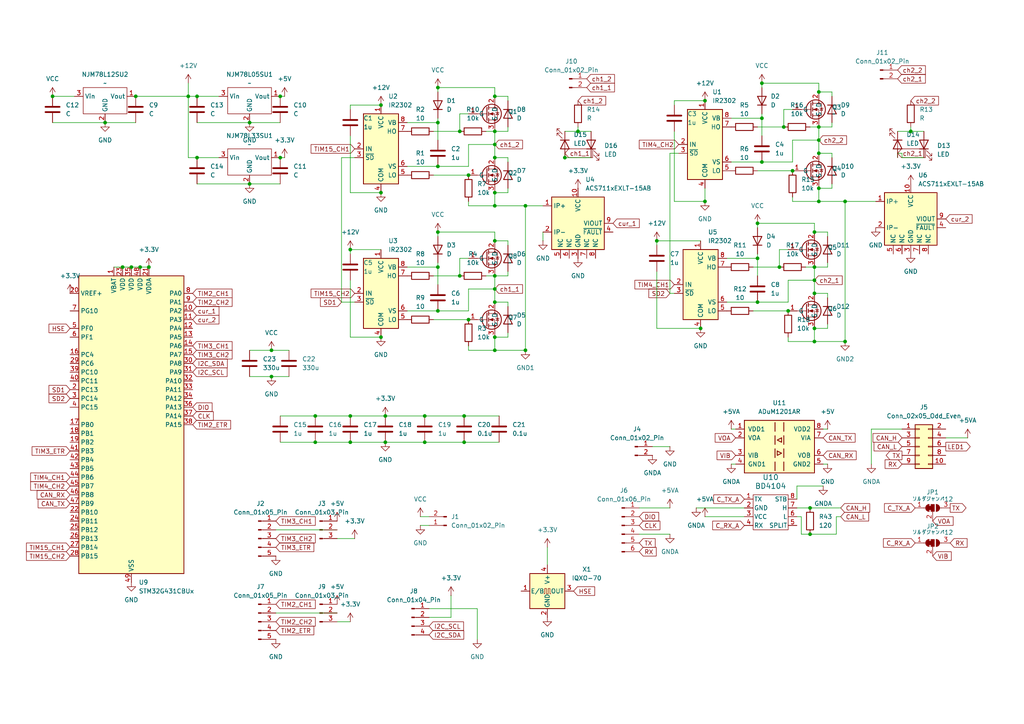
<source format=kicad_sch>
(kicad_sch (version 20250114) (generator "eeschema") (generator_version "9.0")
  (paper "A4")
  (junction (at 110.49 30.48))
  (junction (at 111.76 128.27))
  (junction (at 123.19 128.27))
  (junction (at 123.19 120.65))
  (junction (at 143.51 97.79))
  (junction (at 57.15 45.72))
  (junction (at 54.61 27.94))
  (junction (at 30.48 35.56))
  (junction (at 143.51 41.91))
  (junction (at 143.51 69.85))
  (junction (at 237.49 26.67))
  (junction (at 220.98 24.13))
  (junction (at 143.51 55.88))
  (junction (at 237.49 54.61))
  (junction (at 127 77.47))
  (junction (at 236.22 81.28))
  (junction (at 237.49 58.42))
  (junction (at 264.16 38.1))
  (junction (at 237.49 40.64))
  (junction (at 143.51 87.63))
  (junction (at 143.51 83.82))
  (junction (at 219.71 74.93))
  (junction (at 81.28 27.94))
  (junction (at 135.89 50.8))
  (junction (at 220.98 46.99))
  (junction (at 220.98 34.29))
  (junction (at 143.51 59.69))
  (junction (at 39.37 27.94))
  (junction (at 245.11 99.06))
  (junction (at 101.6 120.65))
  (junction (at 72.39 35.56))
  (junction (at 227.33 36.83))
  (junction (at 204.47 29.21))
  (junction (at 152.4 59.69))
  (junction (at 133.35 38.1))
  (junction (at 78.74 101.6))
  (junction (at 236.22 67.31))
  (junction (at 229.87 49.53))
  (junction (at 237.49 36.83))
  (junction (at 234.95 147.32))
  (junction (at 91.44 120.65))
  (junction (at 236.22 99.06))
  (junction (at 127 25.4))
  (junction (at 38.1 77.47))
  (junction (at 228.6 90.17))
  (junction (at 40.64 77.47))
  (junction (at 245.11 58.42))
  (junction (at 236.22 85.09))
  (junction (at 81.28 45.72))
  (junction (at 219.71 64.77))
  (junction (at 152.4 101.6))
  (junction (at 143.51 45.72))
  (junction (at 236.22 77.47))
  (junction (at 134.62 120.65))
  (junction (at 110.49 55.88))
  (junction (at 111.76 120.65))
  (junction (at 101.6 72.39))
  (junction (at 143.51 38.1))
  (junction (at 163.83 45.72))
  (junction (at 101.6 128.27))
  (junction (at 134.62 128.27))
  (junction (at 57.15 27.94))
  (junction (at 167.64 38.1))
  (junction (at 237.49 44.45))
  (junction (at 127 67.31))
  (junction (at 143.51 80.01))
  (junction (at 127 35.56))
  (junction (at 203.2 95.25))
  (junction (at 143.51 101.6))
  (junction (at 219.71 87.63))
  (junction (at 127 48.26))
  (junction (at 133.35 80.01))
  (junction (at 91.44 128.27))
  (junction (at 127 90.17))
  (junction (at 72.39 53.34))
  (junction (at 236.22 95.25))
  (junction (at 43.18 77.47))
  (junction (at 204.47 58.42))
  (junction (at 190.5 69.85))
  (junction (at 78.74 109.22))
  (junction (at 110.49 97.79))
  (junction (at 135.89 92.71))
  (junction (at 35.56 77.47))
  (junction (at 234.95 154.94))
  (junction (at 15.24 27.94))
  (junction (at 226.06 77.47))
  (junction (at 143.51 27.94))
  (wire (pts (xy 152.4 59.69) (xy 157.48 59.69)))
  (wire (pts (xy 220.98 46.99) (xy 229.87 46.99)))
  (wire (pts (xy 219.71 66.04) (xy 219.71 64.77)))
  (wire (pts (xy 241.3 27.94) (xy 241.3 26.67)))
  (wire (pts (xy 78.74 109.22) (xy 83.82 109.22)))
  (wire (pts (xy 190.5 69.85) (xy 203.2 69.85)))
  (wire (pts (xy 163.83 38.1) (xy 167.64 38.1)))
  (wire (pts (xy 72.39 35.56) (xy 81.28 35.56)))
  (wire (pts (xy 127 34.29) (xy 127 35.56)))
  (wire (pts (xy 152.4 101.6) (xy 143.51 101.6)))
  (wire (pts (xy 261.62 44.45) (xy 261.62 45.72)))
  (wire (pts (xy 133.35 74.93) (xy 135.89 74.93)))
  (wire (pts (xy 39.37 27.94) (xy 54.61 27.94)))
  (wire (pts (xy 138.43 185.42) (xy 138.43 176.53)))
  (wire (pts (xy 82.55 27.94) (xy 81.28 27.94)))
  (wire (pts (xy 234.95 147.32) (xy 243.84 147.32)))
  (wire (pts (xy 127 25.4) (xy 143.51 25.4)))
  (wire (pts (xy 140.97 38.1) (xy 143.51 38.1)))
  (wire (pts (xy 130.81 179.07) (xy 124.46 179.07)))
  (wire (pts (xy 127 68.58) (xy 127 67.31)))
  (wire (pts (xy 240.03 134.62) (xy 238.76 134.62)))
  (wire (pts (xy 241.3 53.34) (xy 241.3 54.61)))
  (wire (pts (xy 127 77.47) (xy 127 82.55)))
  (wire (pts (xy 234.95 154.94) (xy 242.57 154.94)))
  (wire (pts (xy 212.09 46.99) (xy 220.98 46.99)))
  (wire (pts (xy 80.01 177.8) (xy 97.79 177.8)))
  (wire (pts (xy 147.32 38.1) (xy 143.51 38.1)))
  (wire (pts (xy 241.3 45.72) (xy 241.3 44.45)))
  (wire (pts (xy 143.51 83.82) (xy 143.51 87.63)))
  (wire (pts (xy 147.32 97.79) (xy 143.51 97.79)))
  (wire (pts (xy 127 26.67) (xy 127 25.4)))
  (wire (pts (xy 63.5 27.94) (xy 57.15 27.94)))
  (wire (pts (xy 240.03 67.31) (xy 236.22 67.31)))
  (wire (pts (xy 147.32 80.01) (xy 143.51 80.01)))
  (wire (pts (xy 72.39 53.34) (xy 81.28 53.34)))
  (wire (pts (xy 147.32 27.94) (xy 143.51 27.94)))
  (wire (pts (xy 101.6 39.37) (xy 101.6 55.88)))
  (wire (pts (xy 40.64 77.47) (xy 43.18 77.47)))
  (wire (pts (xy 241.3 35.56) (xy 241.3 36.83)))
  (wire (pts (xy 125.73 80.01) (xy 133.35 80.01)))
  (wire (pts (xy 219.71 64.77) (xy 236.22 64.77)))
  (wire (pts (xy 118.11 35.56) (xy 127 35.56)))
  (wire (pts (xy 261.62 45.72) (xy 267.97 45.72)))
  (wire (pts (xy 218.44 77.47) (xy 226.06 77.47)))
  (wire (pts (xy 143.51 67.31) (xy 143.51 69.85)))
  (wire (pts (xy 38.1 77.47) (xy 40.64 77.47)))
  (wire (pts (xy 196.85 44.45) (xy 194.31 44.45)))
  (wire (pts (xy 227.33 31.75) (xy 227.33 36.83)))
  (wire (pts (xy 167.64 38.1) (xy 171.45 38.1)))
  (wire (pts (xy 91.44 128.27) (xy 101.6 128.27)))
  (wire (pts (xy 147.32 96.52) (xy 147.32 97.79)))
  (wire (pts (xy 54.61 45.72) (xy 57.15 45.72)))
  (wire (pts (xy 252.73 134.62) (xy 252.73 124.46)))
  (wire (pts (xy 226.06 72.39) (xy 228.6 72.39)))
  (wire (pts (xy 226.06 72.39) (xy 226.06 77.47)))
  (wire (pts (xy 135.89 90.17) (xy 135.89 83.82)))
  (wire (pts (xy 127 90.17) (xy 135.89 90.17)))
  (wire (pts (xy 135.89 83.82) (xy 143.51 83.82)))
  (wire (pts (xy 134.62 128.27) (xy 144.78 128.27)))
  (wire (pts (xy 234.95 36.83) (xy 237.49 36.83)))
  (wire (pts (xy 133.35 33.02) (xy 133.35 38.1)))
  (wire (pts (xy 147.32 29.21) (xy 147.32 27.94)))
  (wire (pts (xy 78.74 101.6) (xy 83.82 101.6)))
  (wire (pts (xy 234.95 154.94) (xy 232.41 154.94)))
  (wire (pts (xy 240.03 76.2) (xy 240.03 77.47)))
  (wire (pts (xy 228.6 81.28) (xy 236.22 81.28)))
  (wire (pts (xy 57.15 35.56) (xy 72.39 35.56)))
  (wire (pts (xy 147.32 45.72) (xy 143.51 45.72)))
  (wire (pts (xy 147.32 69.85) (xy 143.51 69.85)))
  (wire (pts (xy 195.58 38.1) (xy 195.58 58.42)))
  (wire (pts (xy 125.73 92.71) (xy 135.89 92.71)))
  (wire (pts (xy 111.76 120.65) (xy 123.19 120.65)))
  (wire (pts (xy 242.57 149.86) (xy 242.57 154.94)))
  (wire (pts (xy 204.47 58.42) (xy 204.47 54.61)))
  (wire (pts (xy 241.3 26.67) (xy 237.49 26.67)))
  (wire (pts (xy 243.84 149.86) (xy 242.57 149.86)))
  (wire (pts (xy 229.87 40.64) (xy 237.49 40.64)))
  (wire (pts (xy 212.09 134.62) (xy 213.36 134.62)))
  (wire (pts (xy 236.22 99.06) (xy 245.11 99.06)))
  (wire (pts (xy 140.97 80.01) (xy 143.51 80.01)))
  (wire (pts (xy 147.32 87.63) (xy 143.51 87.63)))
  (wire (pts (xy 229.87 46.99) (xy 229.87 40.64)))
  (wire (pts (xy 241.3 54.61) (xy 237.49 54.61)))
  (wire (pts (xy 252.73 124.46) (xy 261.62 124.46)))
  (wire (pts (xy 147.32 88.9) (xy 147.32 87.63)))
  (wire (pts (xy 101.6 180.34) (xy 97.79 180.34)))
  (wire (pts (xy 143.51 38.1) (xy 143.51 41.91)))
  (wire (pts (xy 163.83 44.45) (xy 163.83 45.72)))
  (wire (pts (xy 54.61 27.94) (xy 57.15 27.94)))
  (wire (pts (xy 54.61 24.13) (xy 54.61 27.94)))
  (wire (pts (xy 72.39 101.6) (xy 78.74 101.6)))
  (wire (pts (xy 135.89 58.42) (xy 135.89 59.69)))
  (wire (pts (xy 54.61 27.94) (xy 54.61 45.72)))
  (wire (pts (xy 241.3 36.83) (xy 237.49 36.83)))
  (wire (pts (xy 143.51 25.4) (xy 143.51 27.94)))
  (wire (pts (xy 130.81 172.72) (xy 130.81 179.07)))
  (wire (pts (xy 210.82 87.63) (xy 219.71 87.63)))
  (wire (pts (xy 123.19 128.27) (xy 134.62 128.27)))
  (wire (pts (xy 185.42 154.94) (xy 194.31 154.94)))
  (wire (pts (xy 158.75 158.75) (xy 158.75 163.83)))
  (wire (pts (xy 35.56 77.47) (xy 38.1 77.47)))
  (wire (pts (xy 232.41 149.86) (xy 231.14 149.86)))
  (wire (pts (xy 15.24 35.56) (xy 30.48 35.56)))
  (wire (pts (xy 236.22 99.06) (xy 228.6 99.06)))
  (wire (pts (xy 123.19 120.65) (xy 134.62 120.65)))
  (wire (pts (xy 127 76.2) (xy 127 77.47)))
  (wire (pts (xy 240.03 86.36) (xy 240.03 85.09)))
  (wire (pts (xy 133.35 74.93) (xy 133.35 80.01)))
  (wire (pts (xy 220.98 34.29) (xy 220.98 39.37)))
  (wire (pts (xy 127 48.26) (xy 135.89 48.26)))
  (wire (pts (xy 124.46 152.4) (xy 121.92 152.4)))
  (wire (pts (xy 240.03 95.25) (xy 236.22 95.25)))
  (wire (pts (xy 240.03 124.46) (xy 238.76 124.46)))
  (wire (pts (xy 190.5 69.85) (xy 190.5 71.12)))
  (wire (pts (xy 57.15 53.34) (xy 72.39 53.34)))
  (wire (pts (xy 219.71 73.66) (xy 219.71 74.93)))
  (wire (pts (xy 101.6 128.27) (xy 111.76 128.27)))
  (wire (pts (xy 237.49 54.61) (xy 237.49 58.42)))
  (wire (pts (xy 210.82 74.93) (xy 219.71 74.93)))
  (wire (pts (xy 147.32 71.12) (xy 147.32 69.85)))
  (wire (pts (xy 80.01 153.67) (xy 97.79 153.67)))
  (wire (pts (xy 143.51 97.79) (xy 143.51 101.6)))
  (wire (pts (xy 240.03 68.58) (xy 240.03 67.31)))
  (wire (pts (xy 143.51 59.69) (xy 152.4 59.69)))
  (wire (pts (xy 236.22 81.28) (xy 236.22 85.09)))
  (wire (pts (xy 260.35 44.45) (xy 261.62 44.45)))
  (wire (pts (xy 219.71 74.93) (xy 219.71 80.01)))
  (wire (pts (xy 33.02 77.47) (xy 35.56 77.47)))
  (wire (pts (xy 101.6 30.48) (xy 110.49 30.48)))
  (wire (pts (xy 264.16 38.1) (xy 267.97 38.1)))
  (wire (pts (xy 81.28 128.27) (xy 91.44 128.27)))
  (wire (pts (xy 163.83 45.72) (xy 171.45 45.72)))
  (wire (pts (xy 157.48 67.31) (xy 157.48 69.85)))
  (wire (pts (xy 264.16 36.83) (xy 264.16 38.1)))
  (wire (pts (xy 260.35 44.45) (xy 260.35 45.72)))
  (wire (pts (xy 102.87 45.72) (xy 99.06 45.72)))
  (wire (pts (xy 127 67.31) (xy 143.51 67.31)))
  (wire (pts (xy 220.98 33.02) (xy 220.98 34.29)))
  (wire (pts (xy 218.44 90.17) (xy 228.6 90.17)))
  (wire (pts (xy 118.11 77.47) (xy 127 77.47)))
  (wire (pts (xy 190.5 78.74) (xy 190.5 95.25)))
  (wire (pts (xy 135.89 48.26) (xy 135.89 41.91)))
  (wire (pts (xy 134.62 120.65) (xy 144.78 120.65)))
  (wire (pts (xy 152.4 59.69) (xy 152.4 101.6)))
  (wire (pts (xy 101.6 72.39) (xy 110.49 72.39)))
  (wire (pts (xy 240.03 77.47) (xy 236.22 77.47)))
  (wire (pts (xy 194.31 85.09) (xy 195.58 85.09)))
  (wire (pts (xy 219.71 49.53) (xy 229.87 49.53)))
  (wire (pts (xy 260.35 38.1) (xy 264.16 38.1)))
  (wire (pts (xy 124.46 149.86) (xy 121.92 149.86)))
  (wire (pts (xy 101.6 30.48) (xy 101.6 31.75)))
  (wire (pts (xy 201.93 147.32) (xy 215.9 147.32)))
  (wire (pts (xy 102.87 156.21) (xy 97.79 156.21)))
  (wire (pts (xy 147.32 55.88) (xy 143.51 55.88)))
  (wire (pts (xy 232.41 154.94) (xy 232.41 149.86)))
  (wire (pts (xy 233.68 77.47) (xy 236.22 77.47)))
  (wire (pts (xy 240.03 85.09) (xy 236.22 85.09)))
  (wire (pts (xy 237.49 36.83) (xy 237.49 40.64)))
  (wire (pts (xy 204.47 149.86) (xy 215.9 149.86)))
  (wire (pts (xy 241.3 44.45) (xy 237.49 44.45)))
  (wire (pts (xy 101.6 72.39) (xy 101.6 73.66)))
  (wire (pts (xy 190.5 95.25) (xy 203.2 95.25)))
  (wire (pts (xy 237.49 58.42) (xy 229.87 58.42)))
  (wire (pts (xy 147.32 46.99) (xy 147.32 45.72)))
  (wire (pts (xy 280.67 127) (xy 274.32 127)))
  (wire (pts (xy 99.06 87.63) (xy 102.87 87.63)))
  (wire (pts (xy 220.98 24.13) (xy 237.49 24.13)))
  (wire (pts (xy 228.6 97.79) (xy 228.6 99.06)))
  (wire (pts (xy 101.6 97.79) (xy 110.49 97.79)))
  (wire (pts (xy 189.23 129.54) (xy 194.31 129.54)))
  (wire (pts (xy 30.48 35.56) (xy 39.37 35.56)))
  (wire (pts (xy 237.49 40.64) (xy 237.49 44.45)))
  (wire (pts (xy 143.51 41.91) (xy 143.51 45.72)))
  (wire (pts (xy 236.22 64.77) (xy 236.22 67.31)))
  (wire (pts (xy 220.98 25.4) (xy 220.98 24.13)))
  (wire (pts (xy 101.6 120.65) (xy 111.76 120.65)))
  (wire (pts (xy 63.5 45.72) (xy 57.15 45.72)))
  (wire (pts (xy 99.06 45.72) (xy 99.06 87.63)))
  (wire (pts (xy 135.89 41.91) (xy 143.51 41.91)))
  (wire (pts (xy 118.11 90.17) (xy 127 90.17)))
  (wire (pts (xy 143.51 101.6) (xy 135.89 101.6)))
  (wire (pts (xy 231.14 147.32) (xy 234.95 147.32)))
  (wire (pts (xy 240.03 93.98) (xy 240.03 95.25)))
  (wire (pts (xy 212.09 34.29) (xy 220.98 34.29)))
  (wire (pts (xy 81.28 120.65) (xy 91.44 120.65)))
  (wire (pts (xy 245.11 58.42) (xy 254 58.42)))
  (wire (pts (xy 135.89 100.33) (xy 135.89 101.6)))
  (wire (pts (xy 101.6 81.28) (xy 101.6 97.79)))
  (wire (pts (xy 78.74 109.22) (xy 72.39 109.22)))
  (wire (pts (xy 118.11 48.26) (xy 127 48.26)))
  (wire (pts (xy 101.6 55.88) (xy 110.49 55.88)))
  (wire (pts (xy 147.32 54.61) (xy 147.32 55.88)))
  (wire (pts (xy 227.33 31.75) (xy 229.87 31.75)))
  (wire (pts (xy 212.09 124.46) (xy 213.36 124.46)))
  (wire (pts (xy 15.24 27.94) (xy 21.59 27.94)))
  (wire (pts (xy 238.76 140.97) (xy 231.14 140.97)))
  (wire (pts (xy 195.58 29.21) (xy 195.58 30.48)))
  (wire (pts (xy 143.51 80.01) (xy 143.51 83.82)))
  (wire (pts (xy 236.22 77.47) (xy 236.22 81.28)))
  (wire (pts (xy 127 35.56) (xy 127 40.64)))
  (wire (pts (xy 236.22 95.25) (xy 236.22 99.06)))
  (wire (pts (xy 219.71 87.63) (xy 228.6 87.63)))
  (wire (pts (xy 125.73 50.8) (xy 135.89 50.8)))
  (wire (pts (xy 229.87 57.15) (xy 229.87 58.42)))
  (wire (pts (xy 228.6 87.63) (xy 228.6 81.28)))
  (wire (pts (xy 194.31 44.45) (xy 194.31 85.09)))
  (wire (pts (xy 195.58 29.21) (xy 204.47 29.21)))
  (wire (pts (xy 147.32 36.83) (xy 147.32 38.1)))
  (wire (pts (xy 245.11 58.42) (xy 245.11 99.06)))
  (wire (pts (xy 231.14 140.97) (xy 231.14 144.78)))
  (wire (pts (xy 91.44 120.65) (xy 101.6 120.65)))
  (wire (pts (xy 133.35 33.02) (xy 135.89 33.02)))
  (wire (pts (xy 237.49 24.13) (xy 237.49 26.67)))
  (wire (pts (xy 125.73 38.1) (xy 133.35 38.1)))
  (wire (pts (xy 147.32 78.74) (xy 147.32 80.01)))
  (wire (pts (xy 185.42 147.32) (xy 194.31 147.32)))
  (wire (pts (xy 111.76 128.27) (xy 123.19 128.27)))
  (wire (pts (xy 82.55 45.72) (xy 81.28 45.72)))
  (wire (pts (xy 219.71 36.83) (xy 227.33 36.83)))
  (wire (pts (xy 167.64 36.83) (xy 167.64 38.1)))
  (wire (pts (xy 195.58 58.42) (xy 204.47 58.42)))
  (wire (pts (xy 143.51 55.88) (xy 143.51 59.69)))
  (wire (pts (xy 237.49 58.42) (xy 245.11 58.42)))
  (wire (pts (xy 143.51 59.69) (xy 135.89 59.69)))
  (wire (pts (xy 138.43 176.53) (xy 124.46 176.53)))
  (global_label "CLK" (shape input) (at 55.88 120.65 0) (property "Intersheetrefs" "${INTERSHEET_REFS}" (effects (hide yes))))
  (global_label "SD2" (shape input) (at 20.32 115.57 180) (property "Intersheetrefs" "${INTERSHEET_REFS}" (effects (hide yes))))
  (global_label "RX" (shape input) (at 185.42 160.02 0) (property "Intersheetrefs" "${INTERSHEET_REFS}" (effects (hide yes))))
  (global_label "DIO" (shape input) (at 185.42 149.86 0) (property "Intersheetrefs" "${INTERSHEET_REFS}" (effects (hide yes))))
  (global_label "CLK" (shape input) (at 185.42 152.4 0) (property "Intersheetrefs" "${INTERSHEET_REFS}" (effects (hide yes))))
  (global_label "ch2_1" (shape input) (at 260.35 22.86 0) (property "Intersheetrefs" "${INTERSHEET_REFS}" (effects (hide yes))))
  (global_label "TX" (shape output) (at 261.62 132.08 180) (property "Intersheetrefs" "${INTERSHEET_REFS}" (effects (hide yes))))
  (global_label "ch2_2" (shape input) (at 237.49 40.64 0) (property "Intersheetrefs" "${INTERSHEET_REFS}" (effects (hide yes))))
  (global_label "TIM15_CH2" (shape input) (at 102.87 85.09 180) (property "Intersheetrefs" "${INTERSHEET_REFS}" (effects (hide yes))))
  (global_label "TIM4_CH1" (shape input) (at 20.32 138.43 180) (property "Intersheetrefs" "${INTERSHEET_REFS}" (effects (hide yes))))
  (global_label "C_TX_A" (shape input) (at 215.9 144.78 180) (property "Intersheetrefs" "${INTERSHEET_REFS}" (effects (hide yes))))
  (global_label "TX" (shape output) (at 275.59 147.32 0) (property "Intersheetrefs" "${INTERSHEET_REFS}" (effects (hide yes))))
  (global_label "cur_1" (shape input) (at 55.88 90.17 0) (property "Intersheetrefs" "${INTERSHEET_REFS}" (effects (hide yes))))
  (global_label "ch1_2" (shape input) (at 170.18 22.86 0) (property "Intersheetrefs" "${INTERSHEET_REFS}" (effects (hide yes))))
  (global_label "TIM15_CH1" (shape input) (at 102.87 43.18 180) (property "Intersheetrefs" "${INTERSHEET_REFS}" (effects (hide yes))))
  (global_label "C_RX_A" (shape input) (at 215.9 152.4 180) (property "Intersheetrefs" "${INTERSHEET_REFS}" (effects (hide yes))))
  (global_label "TX" (shape input) (at 185.42 157.48 0) (property "Intersheetrefs" "${INTERSHEET_REFS}" (effects (hide yes))))
  (global_label "I2C_SCL" (shape input) (at 124.46 181.61 0) (property "Intersheetrefs" "${INTERSHEET_REFS}" (effects (hide yes))))
  (global_label "CAN_RX" (shape input) (at 20.32 143.51 180) (property "Intersheetrefs" "${INTERSHEET_REFS}" (effects (hide yes))))
  (global_label "ch1_1" (shape input) (at 143.51 83.82 0) (property "Intersheetrefs" "${INTERSHEET_REFS}" (effects (hide yes))))
  (global_label "TIM3_ETR" (shape input) (at 80.01 158.75 0) (property "Intersheetrefs" "${INTERSHEET_REFS}" (effects (hide yes))))
  (global_label "TIM2_ETR" (shape input) (at 55.88 123.19 0) (property "Intersheetrefs" "${INTERSHEET_REFS}" (effects (hide yes))))
  (global_label "CAN_L" (shape input) (at 261.62 129.54 180) (property "Intersheetrefs" "${INTERSHEET_REFS}" (effects (hide yes))))
  (global_label "TIM3_ETR" (shape input) (at 20.32 130.81 180) (property "Intersheetrefs" "${INTERSHEET_REFS}" (effects (hide yes))))
  (global_label "cur_2" (shape input) (at 55.88 92.71 0) (property "Intersheetrefs" "${INTERSHEET_REFS}" (effects (hide yes))))
  (global_label "CAN_RX" (shape input) (at 238.76 132.08 0) (property "Intersheetrefs" "${INTERSHEET_REFS}" (effects (hide yes))))
  (global_label "ch1_1" (shape input) (at 163.83 44.45 0) (property "Intersheetrefs" "${INTERSHEET_REFS}" (effects (hide yes))))
  (global_label "TIM2_CH2" (shape input) (at 80.01 180.34 0) (property "Intersheetrefs" "${INTERSHEET_REFS}" (effects (hide yes))))
  (global_label "TIM2_CH1" (shape input) (at 55.88 85.09 0) (property "Intersheetrefs" "${INTERSHEET_REFS}" (effects (hide yes))))
  (global_label "TIM2_ETR" (shape input) (at 80.01 182.88 0) (property "Intersheetrefs" "${INTERSHEET_REFS}" (effects (hide yes))))
  (global_label "RX" (shape input) (at 261.62 134.62 180) (property "Intersheetrefs" "${INTERSHEET_REFS}" (effects (hide yes))))
  (global_label "cur_2" (shape input) (at 274.32 63.5 0) (property "Intersheetrefs" "${INTERSHEET_REFS}" (effects (hide yes))))
  (global_label "TIM4_CH2" (shape input) (at 196.85 41.91 180) (property "Intersheetrefs" "${INTERSHEET_REFS}" (effects (hide yes))))
  (global_label "VIB" (shape input) (at 270.51 161.29 0) (property "Intersheetrefs" "${INTERSHEET_REFS}" (effects (hide yes))))
  (global_label "TIM15_CH1" (shape input) (at 20.32 158.75 180) (property "Intersheetrefs" "${INTERSHEET_REFS}" (effects (hide yes))))
  (global_label "SD1" (shape input) (at 99.06 87.63 180) (property "Intersheetrefs" "${INTERSHEET_REFS}" (effects (hide yes))))
  (global_label "CAN_L" (shape input) (at 243.84 149.86 0) (property "Intersheetrefs" "${INTERSHEET_REFS}" (effects (hide yes))))
  (global_label "VOA" (shape input) (at 213.36 127 180) (property "Intersheetrefs" "${INTERSHEET_REFS}" (effects (hide yes))))
  (global_label "ch2_2" (shape input) (at 260.35 20.32 0) (property "Intersheetrefs" "${INTERSHEET_REFS}" (effects (hide yes))))
  (global_label "CAN_TX" (shape input) (at 20.32 146.05 180) (property "Intersheetrefs" "${INTERSHEET_REFS}" (effects (hide yes))))
  (global_label "HSE" (shape input) (at 20.32 95.25 180) (property "Intersheetrefs" "${INTERSHEET_REFS}" (effects (hide yes))))
  (global_label "ch1_2" (shape input) (at 167.64 29.21 0) (property "Intersheetrefs" "${INTERSHEET_REFS}" (effects (hide yes))))
  (global_label "TIM4_CH1" (shape input) (at 195.58 82.55 180) (property "Intersheetrefs" "${INTERSHEET_REFS}" (effects (hide yes))))
  (global_label "ch2_2" (shape input) (at 264.16 29.21 0) (property "Intersheetrefs" "${INTERSHEET_REFS}" (effects (hide yes))))
  (global_label "ch2_1" (shape input) (at 260.35 44.45 0) (property "Intersheetrefs" "${INTERSHEET_REFS}" (effects (hide yes))))
  (global_label "TIM3_CH1" (shape input) (at 80.01 151.13 0) (property "Intersheetrefs" "${INTERSHEET_REFS}" (effects (hide yes))))
  (global_label "CAN_H" (shape input) (at 261.62 127 180) (property "Intersheetrefs" "${INTERSHEET_REFS}" (effects (hide yes))))
  (global_label "ch1_2" (shape input) (at 143.51 41.91 0) (property "Intersheetrefs" "${INTERSHEET_REFS}" (effects (hide yes))))
  (global_label "HSE" (shape input) (at 166.37 171.45 0) (property "Intersheetrefs" "${INTERSHEET_REFS}" (effects (hide yes))))
  (global_label "LED1" (shape output) (at 274.32 129.54 0) (property "Intersheetrefs" "${INTERSHEET_REFS}" (effects (hide yes))))
  (global_label "VOA" (shape input) (at 270.51 151.13 0) (property "Intersheetrefs" "${INTERSHEET_REFS}" (effects (hide yes))))
  (global_label "TIM3_CH2" (shape input) (at 55.88 102.87 0) (property "Intersheetrefs" "${INTERSHEET_REFS}" (effects (hide yes))))
  (global_label "RX" (shape input) (at 275.59 157.48 0) (property "Intersheetrefs" "${INTERSHEET_REFS}" (effects (hide yes))))
  (global_label "VIB" (shape input) (at 213.36 132.08 180) (property "Intersheetrefs" "${INTERSHEET_REFS}" (effects (hide yes))))
  (global_label "C_TX_A" (shape input) (at 265.43 147.32 180) (property "Intersheetrefs" "${INTERSHEET_REFS}" (effects (hide yes))))
  (global_label "I2C_SDA" (shape input) (at 55.88 105.41 0) (property "Intersheetrefs" "${INTERSHEET_REFS}" (effects (hide yes))))
  (global_label "I2C_SCL" (shape input) (at 55.88 107.95 0) (property "Intersheetrefs" "${INTERSHEET_REFS}" (effects (hide yes))))
  (global_label "cur_1" (shape input) (at 177.8 64.77 0) (property "Intersheetrefs" "${INTERSHEET_REFS}" (effects (hide yes))))
  (global_label "CAN_H" (shape input) (at 243.84 147.32 0) (property "Intersheetrefs" "${INTERSHEET_REFS}" (effects (hide yes))))
  (global_label "CAN_TX" (shape input) (at 238.76 127 0) (property "Intersheetrefs" "${INTERSHEET_REFS}" (effects (hide yes))))
  (global_label "TIM3_CH2" (shape input) (at 80.01 156.21 0) (property "Intersheetrefs" "${INTERSHEET_REFS}" (effects (hide yes))))
  (global_label "SD2" (shape input) (at 194.31 85.09 180) (property "Intersheetrefs" "${INTERSHEET_REFS}" (effects (hide yes))))
  (global_label "C_RX_A" (shape input) (at 265.43 157.48 180) (property "Intersheetrefs" "${INTERSHEET_REFS}" (effects (hide yes))))
  (global_label "I2C_SDA" (shape input) (at 124.46 184.15 0) (property "Intersheetrefs" "${INTERSHEET_REFS}" (effects (hide yes))))
  (global_label "DIO" (shape input) (at 55.88 118.11 0) (property "Intersheetrefs" "${INTERSHEET_REFS}" (effects (hide yes))))
  (global_label "TIM2_CH2" (shape input) (at 55.88 87.63 0) (property "Intersheetrefs" "${INTERSHEET_REFS}" (effects (hide yes))))
  (global_label "TIM15_CH2" (shape input) (at 20.32 161.29 180) (property "Intersheetrefs" "${INTERSHEET_REFS}" (effects (hide yes))))
  (global_label "TIM4_CH2" (shape input) (at 20.32 140.97 180) (property "Intersheetrefs" "${INTERSHEET_REFS}" (effects (hide yes))))
  (global_label "TIM2_CH1" (shape input) (at 80.01 175.26 0) (property "Intersheetrefs" "${INTERSHEET_REFS}" (effects (hide yes))))
  (global_label "ch1_1" (shape input) (at 170.18 25.4 0) (property "Intersheetrefs" "${INTERSHEET_REFS}" (effects (hide yes))))
  (global_label "SD1" (shape input) (at 20.32 113.03 180) (property "Intersheetrefs" "${INTERSHEET_REFS}" (effects (hide yes))))
  (global_label "TIM3_CH1" (shape input) (at 55.88 100.33 0) (property "Intersheetrefs" "${INTERSHEET_REFS}" (effects (hide yes))))
  (global_label "ch2_1" (shape input) (at 236.22 81.28 0) (property "Intersheetrefs" "${INTERSHEET_REFS}" (effects (hide yes))))
  (symbol (lib_id "Device:R") (at 214.63 90.17 90) (unit 1)
    (property "Reference" "R12" (at 214.63 83.82 90))
    (property "Value" "10" (at 214.63 86.36 90))
    (property "Footprint" "Resistor_SMD:R_0603_1608Metric_Pad0.98x0.95mm_HandSolder" (effects (hide yes)))
    (property "Description" "Resistor" (effects (hide yes)))
  )
  (symbol (lib_id "power:+5VA") (at 204.47 149.86 0) (unit 1)
    (property "Reference" "#PWR051" (effects (hide yes)))
    (property "Value" "+5VA" (at 204.47 144.78 0))
    (property "Description" "Power symbol creates a global label with name \"+5VA\"" (effects (hide yes)))
  )
  (symbol (lib_id "Connector:Conn_01x02_Pin") (at 255.27 20.32 0) (unit 1)
    (property "Reference" "J11" (at 255.905 15.24 0))
    (property "Value" "Conn_01x02_Pin" (at 255.905 17.78 0))
    (property "Footprint" "Connector_AMASS:AMASS_XT30PW-F_1x02_P2.50mm_Horizontal" (effects (hide yes)))
    (property "Description" "Generic connector, single row, 01x02, script generated" (effects (hide yes)))
  )
  (symbol (lib_id "power:+3.3V") (at 130.81 172.72 0) (unit 1)
    (property "Reference" "#PWR039" (effects (hide yes)))
    (property "Value" "+3.3V" (at 130.81 167.64 0))
    (property "Description" "Power symbol creates a global label with name \"+3.3V\"" (effects (hide yes)))
  )
  (symbol (lib_id "power:+3.3V") (at 158.75 158.75 0) (unit 1)
    (property "Reference" "#PWR056" (effects (hide yes)))
    (property "Value" "+3.3V" (at 158.75 153.67 0))
    (property "Description" "Power symbol creates a global label with name \"+3.3V\"" (effects (hide yes)))
  )
  (symbol (lib_id "jisaku:NJM78L05SU3") (at 72.39 27.94 0) (unit 1)
    (property "Reference" "NJM78L05SU1" (at 72.39 21.59 0))
    (property "Value" "~" (at 72.39 24.13 0))
    (property "Footprint" "jisaku:SOT-89-3" (effects (hide yes)))
  )
  (symbol (lib_id "power:+5V") (at 240.03 124.46 0) (unit 1)
    (property "Reference" "#PWR043" (effects (hide yes)))
    (property "Value" "+5V" (at 240.03 119.38 0))
    (property "Description" "Power symbol creates a global label with name \"+5V\"" (effects (hide yes)))
  )
  (symbol (lib_id "Device:R") (at 121.92 50.8 90) (unit 1)
    (property "Reference" "R1" (at 121.92 44.45 90))
    (property "Value" "10" (at 121.92 46.99 90))
    (property "Footprint" "Resistor_SMD:R_0603_1608Metric_Pad0.98x0.95mm_HandSolder" (effects (hide yes)))
    (property "Description" "Resistor" (effects (hide yes)))
  )
  (symbol (lib_id "power:GND") (at 121.92 152.4 0) (unit 1)
    (property "Reference" "#PWR035" (effects (hide yes)))
    (property "Value" "GND" (at 121.92 157.48 0))
    (property "Description" "Power symbol creates a global label with name \"GND\" , ground" (effects (hide yes)))
  )
  (symbol (lib_id "Device:R") (at 215.9 49.53 90) (unit 1)
    (property "Reference" "R6" (at 215.9 43.18 90))
    (property "Value" "10" (at 215.9 45.72 90))
    (property "Footprint" "Resistor_SMD:R_0603_1608Metric_Pad0.98x0.95mm_HandSolder" (effects (hide yes)))
    (property "Description" "Resistor" (effects (hide yes)))
  )
  (symbol (lib_id "Device:R") (at 135.89 54.61 180) (unit 1)
    (property "Reference" "R7" (at 138.43 53.3399 0) (effects (justify right)))
    (property "Value" "10k" (at 138.43 55.8799 0) (effects (justify right)))
    (property "Footprint" "Resistor_SMD:R_0603_1608Metric_Pad0.98x0.95mm_HandSolder" (effects (hide yes)))
    (property "Description" "Resistor" (effects (hide yes)))
  )
  (symbol (lib_id "power:VCC") (at 219.71 64.77 0) (unit 1)
    (property "Reference" "#PWR011" (effects (hide yes)))
    (property "Value" "VCC" (at 219.71 59.69 0))
    (property "Description" "Power symbol creates a global label with name \"VCC\"" (effects (hide yes)))
  )
  (symbol (lib_id "Device:D") (at 219.71 69.85 90) (unit 1)
    (property "Reference" "D4" (at 222.25 68.5799 90) (effects (justify right)))
    (property "Value" "D" (at 222.25 71.1199 90) (effects (justify right)))
    (property "Footprint" "Diode_SMD:D_MicroSMP_AK" (effects (hide yes)))
    (property "Description" "Diode" (effects (hide yes)))
    (property "Sim.Device" "D" (effects (hide yes)))
    (property "Sim.Pins" "1=K 2=A" (effects (hide yes)))
  )
  (symbol (lib_id "power:+3.3V") (at 102.87 156.21 0) (unit 1)
    (property "Reference" "#PWR058" (effects (hide yes)))
    (property "Value" "+3.3V" (at 102.87 151.13 0))
    (property "Description" "Power symbol creates a global label with name \"+3.3V\"" (effects (hide yes)))
  )
  (symbol (lib_id "Device:D") (at 241.3 31.75 270) (unit 1)
    (property "Reference" "D9" (at 243.84 30.4799 90) (effects (justify left)))
    (property "Value" "D" (at 243.84 33.0199 90) (effects (justify left)))
    (property "Footprint" "Diode_SMD:D_SOD-323_HandSoldering" (effects (hide yes)))
    (property "Description" "Diode" (effects (hide yes)))
    (property "Sim.Device" "D" (effects (hide yes)))
    (property "Sim.Pins" "1=K 2=A" (effects (hide yes)))
  )
  (symbol (lib_id "Device:R") (at 121.92 92.71 90) (unit 1)
    (property "Reference" "R9" (at 121.92 86.36 90))
    (property "Value" "10" (at 121.92 88.9 90))
    (property "Footprint" "Resistor_SMD:R_0603_1608Metric_Pad0.98x0.95mm_HandSolder" (effects (hide yes)))
    (property "Description" "Resistor" (effects (hide yes)))
  )
  (symbol (lib_id "power:GND") (at 72.39 53.34 0) (unit 1)
    (property "Reference" "#PWR09" (effects (hide yes)))
    (property "Value" "GND" (at 72.39 58.42 0))
    (property "Description" "Power symbol creates a global label with name \"GND\" , ground" (effects (hide yes)))
  )
  (symbol (lib_id "power:+3.3V") (at 20.32 85.09 0) (unit 1)
    (property "Reference" "#PWR030" (effects (hide yes)))
    (property "Value" "+3.3V" (at 20.32 80.01 0))
    (property "Description" "Power symbol creates a global label with name \"+3.3V\"" (effects (hide yes)))
  )
  (symbol (lib_id "power:GND") (at 240.03 134.62 0) (unit 1)
    (property "Reference" "#PWR044" (effects (hide yes)))
    (property "Value" "GND" (at 240.03 139.7 0))
    (property "Description" "Power symbol creates a global label with name \"GND\" , ground" (effects (hide yes)))
  )
  (symbol (lib_id "power:+3.3V") (at 43.18 77.47 0) (unit 1)
    (property "Reference" "#PWR029" (effects (hide yes)))
    (property "Value" "+3.3V" (at 43.18 72.39 0))
    (property "Description" "Power symbol creates a global label with name \"+3.3V\"" (effects (hide yes)))
  )
  (symbol (lib_id "Isolator:ADuM1201AR") (at 226.06 129.54 0) (unit 1)
    (property "Reference" "U11" (at 226.06 116.84 0))
    (property "Value" "ADuM1201AR" (at 226.06 119.38 0))
    (property "Footprint" "Package_SO:SOIC-8_3.9x4.9mm_P1.27mm" (effects (hide yes)))
    (property "Datasheet" "https://www.analog.com/media/en/technical-documentation/data-sheets/ADuM1200_1201.pdf" (effects (hide yes)))
    (property "Description" "Dual-channel digital isolator, bidirectional communication, 3V/5V level translation, SOIC-8" (effects (hide yes)))
  )
  (symbol (lib_id "Device:C") (at 190.5 74.93 0) (unit 1)
    (property "Reference" "C7" (at 194.31 73.6599 0) (effects (justify left)))
    (property "Value" "1u" (at 194.31 76.1999 0) (effects (justify left)))
    (property "Footprint" "Capacitor_SMD:C_0603_1608Metric" (effects (hide yes)))
    (property "Description" "Unpolarized capacitor" (effects (hide yes)))
  )
  (symbol (lib_id "power:VCC") (at 121.92 149.86 0) (unit 1)
    (property "Reference" "#PWR036" (effects (hide yes)))
    (property "Value" "VCC" (at 121.92 144.78 0))
    (property "Description" "Power symbol creates a global label with name \"VCC\"" (effects (hide yes)))
  )
  (symbol (lib_id "Connector:Conn_01x03_Pin") (at 92.71 153.67 0) (unit 1)
    (property "Reference" "J3" (at 93.345 146.05 0))
    (property "Value" "Conn_01x03_Pin" (at 93.345 148.59 0))
    (property "Footprint" "Connector_PinSocket_2.54mm:PinSocket_1x03_P2.54mm_Vertical" (effects (hide yes)))
    (property "Description" "Generic connector, single row, 01x03, script generated" (effects (hide yes)))
  )
  (symbol (lib_id "Driver_FET:IR2302") (at 110.49 85.09 0) (unit 1)
    (property "Reference" "U3" (at 112.6333 69.85 0) (effects (justify left)))
    (property "Value" "IR2302" (at 112.6333 72.39 0) (effects (justify left)))
    (property "Footprint" "Package_SO:SOIC-8_3.9x4.9mm_P1.27mm" (effects (hide yes)))
    (property "Datasheet" "https://www.infineon.com/dgdl/ir2302.pdf?fileId=5546d462533600a4015355c988b216de" (effects (hide yes)))
    (property "Description" "Half-Bridge Driver, 600V, 200/350mA, PDIP-8/SOIC-8" (effects (hide yes)))
  )
  (symbol (lib_id "Jumper:SolderJumper_3_Bridged12") (at 270.51 147.32 0) (unit 1) (in_bom no)
    (property "Reference" "JP1" (at 270.51 142.748 0))
    (property "Value" "ソルダジャンパ12" (at 270.51 144.78 0))
    (property "Footprint" "Jumper:SolderJumper-3_P1.3mm_Bridged12_Pad1.0x1.5mm" (effects (hide yes)))
    (property "Description" "3-pole Solder Jumper, pins 1+2 closed/bridged" (effects (hide yes)))
  )
  (symbol (lib_id "power:GND") (at 80.01 161.29 0) (unit 1)
    (property "Reference" "#PWR037" (effects (hide yes)))
    (property "Value" "GND" (at 80.01 166.37 0))
    (property "Description" "Power symbol creates a global label with name \"GND\" , ground" (effects (hide yes)))
  )
  (symbol (lib_id "power:+12V") (at 110.49 30.48 0) (unit 1)
    (property "Reference" "#PWR017" (effects (hide yes)))
    (property "Value" "+12V" (at 110.49 25.4 0))
    (property "Description" "Power symbol creates a global label with name \"+12V\"" (effects (hide yes)))
  )
  (symbol (lib_id "Driver_FET:IR2302") (at 203.2 82.55 0) (unit 1)
    (property "Reference" "U5" (at 205.3433 67.31 0) (effects (justify left)))
    (property "Value" "IR2302" (at 205.3433 69.85 0) (effects (justify left)))
    (property "Footprint" "Package_SO:SOIC-8_3.9x4.9mm_P1.27mm" (effects (hide yes)))
    (property "Datasheet" "https://www.infineon.com/dgdl/ir2302.pdf?fileId=5546d462533600a4015355c988b216de" (effects (hide yes)))
    (property "Description" "Half-Bridge Driver, 600V, 200/350mA, PDIP-8/SOIC-8" (effects (hide yes)))
  )
  (symbol (lib_id "Connector:Conn_01x02_Pin") (at 129.54 152.4 180) (unit 1)
    (property "Reference" "J1" (at 130.81 149.8599 0) (effects (justify right)))
    (property "Value" "Conn_01x02_Pin" (at 130.81 152.3999 0) (effects (justify right)))
    (property "Footprint" "Connector_AMASS:AMASS_XT30PW-M_1x02_P2.50mm_Horizontal" (effects (hide yes)))
    (property "Description" "Generic connector, single row, 01x02, script generated" (effects (hide yes)))
  )
  (symbol (lib_id "Device:D") (at 127 30.48 90) (unit 1)
    (property "Reference" "D1" (at 129.54 29.2099 90) (effects (justify right)))
    (property "Value" "D" (at 129.54 31.7499 90) (effects (justify right)))
    (property "Footprint" "Diode_SMD:D_MicroSMP_AK" (effects (hide yes)))
    (property "Description" "Diode" (effects (hide yes)))
    (property "Sim.Device" "D" (effects (hide yes)))
    (property "Sim.Pins" "1=K 2=A" (effects (hide yes)))
  )
  (symbol (lib_id "power:VCC") (at 15.24 27.94 0) (unit 1)
    (property "Reference" "#PWR02" (effects (hide yes)))
    (property "Value" "VCC" (at 15.24 22.86 0))
    (property "Description" "Power symbol creates a global label with name \"VCC\"" (effects (hide yes)))
  )
  (symbol (lib_id "jisaku:RD3L07BBG") (at 142.24 50.8 0) (unit 1)
    (property "Reference" "Q2" (at 147.32 50.1649 0) (effects (justify left)))
    (property "Value" "~" (at 147.32 52.07 0) (effects (justify left)))
    (property "Footprint" "jisaku:RD3L07BBG" (effects (hide yes)))
  )
  (symbol (lib_id "Jumper:SolderJumper_3_Bridged12") (at 270.51 157.48 0) (unit 1) (in_bom no)
    (property "Reference" "JP2" (at 270.51 152.654 0))
    (property "Value" "ソルダジャンパ12" (at 270.51 154.432 0))
    (property "Footprint" "Jumper:SolderJumper-3_P1.3mm_Bridged12_Pad1.0x1.5mm" (effects (hide yes)))
    (property "Description" "3-pole Solder Jumper, pins 1+2 closed/bridged" (effects (hide yes)))
  )
  (symbol (lib_id "power:+3.3V") (at 167.64 54.61 0) (unit 1)
    (property "Reference" "#PWR010" (effects (hide yes)))
    (property "Value" "+3.3V" (at 167.64 49.53 0))
    (property "Description" "Power symbol creates a global label with name \"+3.3V\"" (effects (hide yes)))
  )
  (symbol (lib_id "Connector:Conn_01x02_Pin") (at 165.1 22.86 0) (unit 1)
    (property "Reference" "J10" (at 165.735 17.78 0))
    (property "Value" "Conn_01x02_Pin" (at 165.735 20.32 0))
    (property "Footprint" "Connector_AMASS:AMASS_XT30PW-F_1x02_P2.50mm_Horizontal" (effects (hide yes)))
    (property "Description" "Generic connector, single row, 01x02, script generated" (effects (hide yes)))
  )
  (symbol (lib_id "jisaku:RD3L07BBG") (at 142.24 33.02 0) (unit 1)
    (property "Reference" "Q1" (at 147.32 32.3849 0) (effects (justify left)))
    (property "Value" "~" (at 147.32 34.29 0) (effects (justify left)))
    (property "Footprint" "jisaku:RD3L07BBG" (effects (hide yes)))
  )
  (symbol (lib_id "Device:R") (at 214.63 77.47 90) (unit 1)
    (property "Reference" "R11" (at 214.63 71.12 90))
    (property "Value" "10" (at 214.63 73.66 90))
    (property "Footprint" "Resistor_SMD:R_0603_1608Metric_Pad0.98x0.95mm_HandSolder" (effects (hide yes)))
    (property "Description" "Resistor" (effects (hide yes)))
  )
  (symbol (lib_id "jisaku:RD3L07BBG") (at 142.24 92.71 0) (unit 1)
    (property "Reference" "Q7" (at 147.32 92.0749 0) (effects (justify left)))
    (property "Value" "~" (at 147.32 93.98 0) (effects (justify left)))
    (property "Footprint" "jisaku:RD3L07BBG" (effects (hide yes)))
  )
  (symbol (lib_id "Device:D") (at 147.32 50.8 270) (unit 1)
    (property "Reference" "D7" (at 149.86 49.5299 90) (effects (justify left)))
    (property "Value" "D" (at 149.86 52.0699 90) (effects (justify left)))
    (property "Footprint" "Diode_SMD:D_SOD-323_HandSoldering" (effects (hide yes)))
    (property "Description" "Diode" (effects (hide yes)))
    (property "Sim.Device" "D" (effects (hide yes)))
    (property "Sim.Pins" "1=K 2=A" (effects (hide yes)))
  )
  (symbol (lib_id "power:GND") (at 30.48 35.56 0) (unit 1)
    (property "Reference" "#PWR013" (effects (hide yes)))
    (property "Value" "GND" (at 30.48 40.64 0))
    (property "Description" "Power symbol creates a global label with name \"GND\" , ground" (effects (hide yes)))
  )
  (symbol (lib_id "power:+12V") (at 190.5 69.85 0) (unit 1)
    (property "Reference" "#PWR021" (effects (hide yes)))
    (property "Value" "+12V" (at 190.5 64.77 0))
    (property "Description" "Power symbol creates a global label with name \"+12V\"" (effects (hide yes)))
  )
  (symbol (lib_id "Device:C") (at 81.28 49.53 0) (unit 1)
    (property "Reference" "C11" (at 85.09 48.2599 0) (effects (justify left)))
    (property "Value" "C" (at 85.09 50.7999 0) (effects (justify left)))
    (property "Footprint" "Capacitor_SMD:C_0603_1608Metric" (effects (hide yes)))
    (property "Description" "Unpolarized capacitor" (effects (hide yes)))
  )
  (symbol (lib_id "Device:LED") (at 267.97 41.91 90) (unit 1)
    (property "Reference" "D13" (at 271.78 42.2274 90) (effects (justify right)))
    (property "Value" "LED" (at 271.78 44.7674 90) (effects (justify right)))
    (property "Footprint" "LED_SMD:LED_0603_1608Metric" (effects (hide yes)))
    (property "Description" "Light emitting diode" (effects (hide yes)))
    (property "Sim.Pins" "1=K 2=A" (effects (hide yes)))
  )
  (symbol (lib_id "power:+5VA") (at 212.09 124.46 0) (unit 1)
    (property "Reference" "#PWR050" (effects (hide yes)))
    (property "Value" "+5VA" (at 212.09 119.38 0))
    (property "Description" "Power symbol creates a global label with name \"+5VA\"" (effects (hide yes)))
  )
  (symbol (lib_id "power:GND") (at 157.48 69.85 0) (unit 1)
    (property "Reference" "#PWR08" (effects (hide yes)))
    (property "Value" "GND" (at 157.48 74.93 0))
    (property "Description" "Power symbol creates a global label with name \"GND\" , ground" (effects (hide yes)))
  )
  (symbol (lib_id "power:GND") (at 80.01 185.42 0) (unit 1)
    (property "Reference" "#PWR038" (effects (hide yes)))
    (property "Value" "GND" (at 80.01 190.5 0))
    (property "Description" "Power symbol creates a global label with name \"GND\" , ground" (effects (hide yes)))
  )
  (symbol (lib_id "power:GNDA") (at 252.73 134.62 0) (unit 1)
    (property "Reference" "#PWR045" (effects (hide yes)))
    (property "Value" "GNDA" (at 252.73 139.7 0))
    (property "Description" "Power symbol creates a global label with name \"GNDA\" , analog ground" (effects (hide yes)))
  )
  (symbol (lib_id "power:+5VA") (at 280.67 127 0) (unit 1)
    (property "Reference" "#PWR046" (effects (hide yes)))
    (property "Value" "+5VA" (at 280.67 121.92 0))
    (property "Description" "Power symbol creates a global label with name \"+5VA\"" (effects (hide yes)))
  )
  (symbol (lib_id "Device:D") (at 127 72.39 90) (unit 1)
    (property "Reference" "D3" (at 129.54 71.1199 90) (effects (justify right)))
    (property "Value" "D" (at 129.54 73.6599 90) (effects (justify right)))
    (property "Footprint" "Diode_SMD:D_MicroSMP_AK" (effects (hide yes)))
    (property "Description" "Diode" (effects (hide yes)))
    (property "Sim.Device" "D" (effects (hide yes)))
    (property "Sim.Pins" "1=K 2=A" (effects (hide yes)))
  )
  (symbol (lib_id "Device:C") (at 91.44 124.46 0) (unit 1)
    (property "Reference" "C16" (at 95.25 123.1899 0) (effects (justify left)))
    (property "Value" "1u" (at 95.25 125.7299 0) (effects (justify left)))
    (property "Footprint" "Capacitor_SMD:C_0603_1608Metric" (effects (hide yes)))
    (property "Description" "Unpolarized capacitor" (effects (hide yes)))
  )
  (symbol (lib_id "power:+3.3V") (at 82.55 45.72 0) (unit 1)
    (property "Reference" "#PWR014" (effects (hide yes)))
    (property "Value" "+3.3V" (at 82.55 40.64 0))
    (property "Description" "Power symbol creates a global label with name \"+3.3V\"" (effects (hide yes)))
  )
  (symbol (lib_id "power:GND") (at 78.74 109.22 0) (unit 1)
    (property "Reference" "#PWR034" (effects (hide yes)))
    (property "Value" "GND" (at 78.74 114.3 0))
    (property "Description" "Power symbol creates a global label with name \"GND\" , ground" (effects (hide yes)))
  )
  (symbol (lib_id "Device:C") (at 72.39 105.41 0) (unit 1)
    (property "Reference" "C23" (at 76.2 104.1399 0) (effects (justify left)))
    (property "Value" "330u" (at 76.2 106.6799 0) (effects (justify left)))
    (property "Footprint" "Capacitor_SMD:C_Elec_10x10.2" (effects (hide yes)))
    (property "Description" "Unpolarized capacitor" (effects (hide yes)))
  )
  (symbol (lib_id "power:GND") (at 158.75 179.07 0) (unit 1)
    (property "Reference" "#PWR057" (effects (hide yes)))
    (property "Value" "GND" (at 158.75 184.15 0))
    (property "Description" "Power symbol creates a global label with name \"GND\" , ground" (effects (hide yes)))
  )
  (symbol (lib_id "power:VCC") (at 127 67.31 0) (unit 1)
    (property "Reference" "#PWR07" (effects (hide yes)))
    (property "Value" "VCC" (at 127 62.23 0))
    (property "Description" "Power symbol creates a global label with name \"VCC\"" (effects (hide yes)))
  )
  (symbol (lib_id "Connector_Generic:Conn_02x05_Odd_Even") (at 266.7 129.54 0) (unit 1)
    (property "Reference" "J5" (at 267.97 118.11 0))
    (property "Value" "Conn_02x05_Odd_Even" (at 267.97 120.65 0))
    (property "Footprint" "Connector_PinHeader_2.54mm:PinHeader_2x05_P2.54mm_Horizontal" (effects (hide yes)))
    (property "Description" "Generic connector, double row, 02x05, odd/even pin numbering scheme (row 1 odd numbers, row 2 even numbers), script generated (kicad-library-utils/schlib/autogen/connector/)" (effects (hide yes)))
  )
  (symbol (lib_id "Connector:Conn_01x02_Pin") (at 184.15 129.54 0) (unit 1)
    (property "Reference" "J4" (at 184.785 124.46 0))
    (property "Value" "Conn_01x02_Pin" (at 184.785 127 0))
    (property "Footprint" "Connector_PinHeader_2.54mm:PinHeader_1x02_P2.54mm_Vertical" (effects (hide yes)))
    (property "Description" "Generic connector, single row, 01x02, script generated" (effects (hide yes)))
  )
  (symbol (lib_id "Connector:Conn_01x05_Pin") (at 74.93 180.34 0) (unit 1)
    (property "Reference" "J7" (at 75.565 170.18 0))
    (property "Value" "Conn_01x05_Pin" (at 75.565 172.72 0))
    (property "Footprint" "Connector_JST:JST_XH_S5B-XH-A_1x05_P2.50mm_Horizontal" (effects (hide yes)))
    (property "Description" "Generic connector, single row, 01x05, script generated" (effects (hide yes)))
  )
  (symbol (lib_id "power:GND") (at 254 66.04 0) (unit 1)
    (property "Reference" "#PWR012" (effects (hide yes)))
    (property "Value" "GND" (at 254 71.12 0))
    (property "Description" "Power symbol creates a global label with name \"GND\" , ground" (effects (hide yes)))
  )
  (symbol (lib_id "jisaku:RD3L07BBG") (at 236.22 31.75 0) (unit 1)
    (property "Reference" "Q3" (at 241.3 31.1149 0) (effects (justify left)))
    (property "Value" "~" (at 241.3 33.02 0) (effects (justify left)))
    (property "Footprint" "jisaku:RD3L07BBG" (effects (hide yes)))
  )
  (symbol (lib_id "Sensor_Current:ACS711xEXLT-15AB") (at 264.16 63.5 0) (unit 1)
    (property "Reference" "U6" (at 266.3033 50.8 0) (effects (justify left)))
    (property "Value" "ACS711xEXLT-15AB" (at 266.3033 53.34 0) (effects (justify left)))
    (property "Footprint" "Sensor_Current:Allegro_QFN-12-10-1EP_3x3mm_P0.5mm" (effects (hide yes)))
    (property "Datasheet" "http://www.allegromicro.com/~/Media/Files/Datasheets/ACS711-Datasheet.ashx" (effects (hide yes)))
    (property "Description" "±15A Bidirectional Hall-Effect Current Sensor, +3.3V supply, 90mV/A, QFN-12" (effects (hide yes)))
  )
  (symbol (lib_id "Device:C") (at 127 86.36 0) (unit 1)
    (property "Reference" "C6" (at 130.81 85.0899 0) (effects (justify left)))
    (property "Value" "1u" (at 130.81 87.6299 0) (effects (justify left)))
    (property "Footprint" "Capacitor_SMD:C_0603_1608Metric" (effects (hide yes)))
    (property "Description" "Unpolarized capacitor" (effects (hide yes)))
  )
  (symbol (lib_id "Device:R") (at 167.64 33.02 0) (unit 1)
    (property "Reference" "R14" (at 170.18 31.7499 0) (effects (justify left)))
    (property "Value" "R" (at 170.18 34.2899 0) (effects (justify left)))
    (property "Footprint" "Resistor_SMD:R_0603_1608Metric_Pad0.98x0.95mm_HandSolder" (effects (hide yes)))
    (property "Description" "Resistor" (effects (hide yes)))
  )
  (symbol (lib_id "Device:R") (at 231.14 36.83 90) (unit 1)
    (property "Reference" "R16" (at 231.14 30.48 90))
    (property "Value" "10k" (at 231.14 33.02 90))
    (property "Footprint" "Resistor_SMD:R_0603_1608Metric_Pad0.98x0.95mm_HandSolder" (effects (hide yes)))
    (property "Description" "Resistor" (effects (hide yes)))
  )
  (symbol (lib_id "power:GNDA") (at 189.23 132.08 0) (unit 1)
    (property "Reference" "#PWR054" (effects (hide yes)))
    (property "Value" "GNDA" (at 189.23 137.16 0))
    (property "Description" "Power symbol creates a global label with name \"GNDA\" , analog ground" (effects (hide yes)))
  )
  (symbol (lib_id "power:GND") (at 111.76 128.27 0) (unit 1)
    (property "Reference" "#PWR031" (effects (hide yes)))
    (property "Value" "GND" (at 111.76 133.35 0))
    (property "Description" "Power symbol creates a global label with name \"GND\" , ground" (effects (hide yes)))
  )
  (symbol (lib_id "power:GND") (at 167.64 74.93 0) (unit 1)
    (property "Reference" "#PWR05" (effects (hide yes)))
    (property "Value" "GND" (at 167.64 80.01 0))
    (property "Description" "Power symbol creates a global label with name \"GND\" , ground" (effects (hide yes)))
  )
  (symbol (lib_id "Device:C") (at 81.28 124.46 0) (unit 1)
    (property "Reference" "C15" (at 85.09 123.1899 0) (effects (justify left)))
    (property "Value" "1u" (at 85.09 125.7299 0) (effects (justify left)))
    (property "Footprint" "Capacitor_SMD:C_0603_1608Metric" (effects (hide yes)))
    (property "Description" "Unpolarized capacitor" (effects (hide yes)))
  )
  (symbol (lib_id "Device:C") (at 15.24 31.75 0) (unit 1)
    (property "Reference" "C12" (at 19.05 30.4799 0) (effects (justify left)))
    (property "Value" "C" (at 19.05 33.0199 0) (effects (justify left)))
    (property "Footprint" "Capacitor_SMD:C_0603_1608Metric" (effects (hide yes)))
    (property "Description" "Unpolarized capacitor" (effects (hide yes)))
  )
  (symbol (lib_id "power:GNDA") (at 201.93 147.32 0) (unit 1)
    (property "Reference" "#PWR048" (effects (hide yes)))
    (property "Value" "GNDA" (at 201.93 152.4 0))
    (property "Description" "Power symbol creates a global label with name \"GNDA\" , analog ground" (effects (hide yes)))
  )
  (symbol (lib_id "Device:D") (at 147.32 92.71 270) (unit 1)
    (property "Reference" "D5" (at 149.86 91.4399 90) (effects (justify left)))
    (property "Value" "D" (at 149.86 93.9799 90) (effects (justify left)))
    (property "Footprint" "Diode_SMD:D_SOD-323_HandSoldering" (effects (hide yes)))
    (property "Description" "Diode" (effects (hide yes)))
    (property "Sim.Device" "D" (effects (hide yes)))
    (property "Sim.Pins" "1=K 2=A" (effects (hide yes)))
  )
  (symbol (lib_id "jisaku:RD3L07BBG") (at 234.95 90.17 0) (unit 1)
    (property "Reference" "Q6" (at 240.03 89.5349 0) (effects (justify left)))
    (property "Value" "~" (at 240.03 91.44 0) (effects (justify left)))
    (property "Footprint" "jisaku:RD3L07BBG" (effects (hide yes)))
  )
  (symbol (lib_id "power:+5V") (at 82.55 27.94 0) (unit 1)
    (property "Reference" "#PWR015" (effects (hide yes)))
    (property "Value" "+5V" (at 82.55 22.86 0))
    (property "Description" "Power symbol creates a global label with name \"+5V\"" (effects (hide yes)))
  )
  (symbol (lib_id "power:GND") (at 110.49 55.88 0) (unit 1)
    (property "Reference" "#PWR024" (effects (hide yes)))
    (property "Value" "GND" (at 110.49 60.96 0))
    (property "Description" "Power symbol creates a global label with name \"GND\" , ground" (effects (hide yes)))
  )
  (symbol (lib_id "power:GNDA") (at 212.09 134.62 0) (unit 1)
    (property "Reference" "#PWR047" (effects (hide yes)))
    (property "Value" "GNDA" (at 212.09 139.7 0))
    (property "Description" "Power symbol creates a global label with name \"GNDA\" , analog ground" (effects (hide yes)))
  )
  (symbol (lib_id "Driver_FET:IR2302") (at 204.47 41.91 0) (unit 1)
    (property "Reference" "U1" (at 206.6133 26.67 0) (effects (justify left)))
    (property "Value" "IR2302" (at 206.6133 29.21 0) (effects (justify left)))
    (property "Footprint" "Package_SO:SOIC-8_3.9x4.9mm_P1.27mm" (effects (hide yes)))
    (property "Datasheet" "https://www.infineon.com/dgdl/ir2302.pdf?fileId=5546d462533600a4015355c988b216de" (effects (hide yes)))
    (property "Description" "Half-Bridge Driver, 600V, 200/350mA, PDIP-8/SOIC-8" (effects (hide yes)))
  )
  (symbol (lib_id "Device:R") (at 137.16 80.01 90) (unit 1)
    (property "Reference" "R4" (at 137.16 73.66 90))
    (property "Value" "10k" (at 137.16 76.2 90))
    (property "Footprint" "Resistor_SMD:R_0603_1608Metric_Pad0.98x0.95mm_HandSolder" (effects (hide yes)))
    (property "Description" "Resistor" (effects (hide yes)))
  )
  (symbol (lib_id "Device:C") (at 57.15 31.75 0) (unit 1)
    (property "Reference" "C13" (at 60.96 30.4799 0) (effects (justify left)))
    (property "Value" "C" (at 60.96 33.0199 0) (effects (justify left)))
    (property "Footprint" "Capacitor_SMD:C_0603_1608Metric" (effects (hide yes)))
    (property "Description" "Unpolarized capacitor" (effects (hide yes)))
  )
  (symbol (lib_id "power:+12V") (at 204.47 29.21 0) (unit 1)
    (property "Reference" "#PWR020" (effects (hide yes)))
    (property "Value" "+12V" (at 204.47 24.13 0))
    (property "Description" "Power symbol creates a global label with name \"+12V\"" (effects (hide yes)))
  )
  (symbol (lib_id "power:GND") (at 138.43 185.42 0) (unit 1)
    (property "Reference" "#PWR040" (effects (hide yes)))
    (property "Value" "GND" (at 138.43 190.5 0))
    (property "Description" "Power symbol creates a global label with name \"GND\" , ground" (effects (hide yes)))
  )
  (symbol (lib_id "Connector:Conn_01x03_Pin") (at 92.71 177.8 0) (unit 1)
    (property "Reference" "J9" (at 93.345 170.18 0))
    (property "Value" "Conn_01x03_Pin" (at 93.345 172.72 0))
    (property "Footprint" "Connector_PinSocket_2.54mm:PinSocket_1x03_P2.54mm_Vertical" (effects (hide yes)))
    (property "Description" "Generic connector, single row, 01x03, script generated" (effects (hide yes)))
  )
  (symbol (lib_id "power:VCC") (at 127 25.4 0) (unit 1)
    (property "Reference" "#PWR03" (effects (hide yes)))
    (property "Value" "VCC" (at 127 20.32 0))
    (property "Description" "Power symbol creates a global label with name \"VCC\"" (effects (hide yes)))
  )
  (symbol (lib_id "Device:C") (at 101.6 35.56 0) (unit 1)
    (property "Reference" "C1" (at 105.41 34.2899 0) (effects (justify left)))
    (property "Value" "1u" (at 105.41 36.8299 0) (effects (justify left)))
    (property "Footprint" "Capacitor_SMD:C_0603_1608Metric" (effects (hide yes)))
    (property "Description" "Unpolarized capacitor" (effects (hide yes)))
  )
  (symbol (lib_id "power:GND") (at 38.1 168.91 0) (unit 1)
    (property "Reference" "#PWR028" (effects (hide yes)))
    (property "Value" "GND" (at 38.1 173.99 0))
    (property "Description" "Power symbol creates a global label with name \"GND\" , ground" (effects (hide yes)))
  )
  (symbol (lib_id "Sensor_Current:ACS711xEXLT-15AB") (at 167.64 64.77 0) (unit 1)
    (property "Reference" "U4" (at 169.7833 52.07 0) (effects (justify left)))
    (property "Value" "ACS711xEXLT-15AB" (at 169.7833 54.61 0) (effects (justify left)))
    (property "Footprint" "Sensor_Current:Allegro_QFN-12-10-1EP_3x3mm_P0.5mm" (effects (hide yes)))
    (property "Datasheet" "http://www.allegromicro.com/~/Media/Files/Datasheets/ACS711-Datasheet.ashx" (effects (hide yes)))
    (property "Description" "±15A Bidirectional Hall-Effect Current Sensor, +3.3V supply, 90mV/A, QFN-12" (effects (hide yes)))
  )
  (symbol (lib_id "power:GND") (at 110.49 97.79 0) (unit 1)
    (property "Reference" "#PWR025" (effects (hide yes)))
    (property "Value" "GND" (at 110.49 102.87 0))
    (property "Description" "Power symbol creates a global label with name \"GND\" , ground" (effects (hide yes)))
  )
  (symbol (lib_id "power:GND") (at 204.47 58.42 0) (unit 1)
    (property "Reference" "#PWR023" (effects (hide yes)))
    (property "Value" "GND" (at 204.47 63.5 0))
    (property "Description" "Power symbol creates a global label with name \"GND\" , ground" (effects (hide yes)))
  )
  (symbol (lib_id "Device:R") (at 121.92 38.1 90) (unit 1)
    (property "Reference" "R2" (at 121.92 31.75 90))
    (property "Value" "10" (at 121.92 34.29 90))
    (property "Footprint" "Resistor_SMD:R_0603_1608Metric_Pad0.98x0.95mm_HandSolder" (effects (hide yes)))
    (property "Description" "Resistor" (effects (hide yes)))
  )
  (symbol (lib_id "jisaku:NJM78L05SU3") (at 30.48 27.94 0) (unit 1)
    (property "Reference" "NJM78L12SU2" (at 30.48 21.59 0))
    (property "Value" "~" (at 30.48 24.13 0))
    (property "Footprint" "jisaku:SOT-89-3" (effects (hide yes)))
  )
  (symbol (lib_id "Device:LED") (at 163.83 41.91 270) (unit 1)
    (property "Reference" "D15" (at 166.37 39.0524 90) (effects (justify left)))
    (property "Value" "LED" (at 166.37 41.5924 90) (effects (justify left)))
    (property "Footprint" "LED_SMD:LED_0603_1608Metric" (effects (hide yes)))
    (property "Description" "Light emitting diode" (effects (hide yes)))
    (property "Sim.Pins" "1=K 2=A" (effects (hide yes)))
  )
  (symbol (lib_id "Device:C") (at 39.37 31.75 0) (unit 1)
    (property "Reference" "C9" (at 43.18 30.4799 0) (effects (justify left)))
    (property "Value" "C" (at 43.18 33.0199 0) (effects (justify left)))
    (property "Footprint" "Capacitor_SMD:C_0603_1608Metric" (effects (hide yes)))
    (property "Description" "Unpolarized capacitor" (effects (hide yes)))
  )
  (symbol (lib_id "Device:C") (at 195.58 34.29 0) (unit 1)
    (property "Reference" "C3" (at 199.39 33.0199 0) (effects (justify left)))
    (property "Value" "1u" (at 199.39 35.5599 0) (effects (justify left)))
    (property "Footprint" "Capacitor_SMD:C_0603_1608Metric" (effects (hide yes)))
    (property "Description" "Unpolarized capacitor" (effects (hide yes)))
  )
  (symbol (lib_id "jisaku:RD3L07BBG") (at 234.95 72.39 0) (unit 1)
    (property "Reference" "Q5" (at 240.03 71.7549 0) (effects (justify left)))
    (property "Value" "~" (at 240.03 73.66 0) (effects (justify left)))
    (property "Footprint" "jisaku:RD3L07BBG" (effects (hide yes)))
  )
  (symbol (lib_id "Device:C") (at 111.76 124.46 0) (unit 1)
    (property "Reference" "C18" (at 115.57 123.1899 0) (effects (justify left)))
    (property "Value" "1u" (at 115.57 125.7299 0) (effects (justify left)))
    (property "Footprint" "Capacitor_SMD:C_0603_1608Metric" (effects (hide yes)))
    (property "Description" "Unpolarized capacitor" (effects (hide yes)))
  )
  (symbol (lib_id "power:GNDA") (at 238.76 140.97 0) (unit 1)
    (property "Reference" "#PWR049" (effects (hide yes)))
    (property "Value" "GNDA" (at 238.76 146.05 0))
    (property "Description" "Power symbol creates a global label with name \"GNDA\" , analog ground" (effects (hide yes)))
  )
  (symbol (lib_id "power:GND1") (at 152.4 101.6 0) (unit 1)
    (property "Reference" "#PWR026" (effects (hide yes)))
    (property "Value" "GND1" (at 152.4 106.68 0))
    (property "Description" "Power symbol creates a global label with name \"GND1\" , ground" (effects (hide yes)))
  )
  (symbol (lib_id "Driver_FET:IR2302") (at 110.49 43.18 0) (unit 1)
    (property "Reference" "U2" (at 112.6333 27.94 0) (effects (justify left)))
    (property "Value" "IR2302" (at 112.6333 30.48 0) (effects (justify left)))
    (property "Footprint" "Package_SO:SOIC-8_3.9x4.9mm_P1.27mm" (effects (hide yes)))
    (property "Datasheet" "https://www.infineon.com/dgdl/ir2302.pdf?fileId=5546d462533600a4015355c988b216de" (effects (hide yes)))
    (property "Description" "Half-Bridge Driver, 600V, 200/350mA, PDIP-8/SOIC-8" (effects (hide yes)))
  )
  (symbol (lib_id "Device:C") (at 83.82 105.41 0) (unit 1)
    (property "Reference" "C22" (at 87.63 104.1399 0) (effects (justify left)))
    (property "Value" "330u" (at 87.63 106.6799 0) (effects (justify left)))
    (property "Footprint" "Capacitor_SMD:C_Elec_10x10.2" (effects (hide yes)))
    (property "Description" "Unpolarized capacitor" (effects (hide yes)))
  )
  (symbol (lib_id "jisaku:RD3L07BBG") (at 142.24 74.93 0) (unit 1)
    (property "Reference" "Q8" (at 147.32 74.2949 0) (effects (justify left)))
    (property "Value" "~" (at 147.32 76.2 0) (effects (justify left)))
    (property "Footprint" "jisaku:RD3L07BBG" (effects (hide yes)))
  )
  (symbol (lib_id "jisaku:BD4104") (at 223.52 148.59 0) (unit 1)
    (property "Reference" "U10" (at 223.52 138.43 0) (effects (font (size 1.524 1.524))))
    (property "Value" "BD4104" (at 223.52 140.97 0) (effects (font (size 1.524 1.524))))
    (property "Footprint" "jisaku:SOP-J8" (effects (hide yes)))
    (property "Datasheet" "SOP-J8" (effects (hide yes)))
  )
  (symbol (lib_id "Connector:Conn_01x05_Pin") (at 74.93 156.21 0) (unit 1)
    (property "Reference" "J2" (at 75.565 146.05 0))
    (property "Value" "Conn_01x05_Pin" (at 75.565 148.59 0))
    (property "Footprint" "Connector_JST:JST_XH_S5B-XH-A_1x05_P2.50mm_Horizontal" (effects (hide yes)))
    (property "Description" "Generic connector, single row, 01x05, script generated" (effects (hide yes)))
  )
  (symbol (lib_id "Device:R") (at 121.92 80.01 90) (unit 1)
    (property "Reference" "R8" (at 121.92 73.66 90))
    (property "Value" "10" (at 121.92 76.2 90))
    (property "Footprint" "Resistor_SMD:R_0603_1608Metric_Pad0.98x0.95mm_HandSolder" (effects (hide yes)))
    (property "Description" "Resistor" (effects (hide yes)))
  )
  (symbol (lib_id "Device:LED") (at 260.35 41.91 270) (unit 1)
    (property "Reference" "D14" (at 262.89 39.0524 90) (effects (justify left)))
    (property "Value" "LED" (at 262.89 41.5924 90) (effects (justify left)))
    (property "Footprint" "LED_SMD:LED_0603_1608Metric" (effects (hide yes)))
    (property "Description" "Light emitting diode" (effects (hide yes)))
    (property "Sim.Pins" "1=K 2=A" (effects (hide yes)))
  )
  (symbol (lib_id "jisaku:NJM78L33SU3") (at 72.39 45.72 0) (unit 1)
    (property "Reference" "NJM78L33SU1" (at 72.39 39.37 0))
    (property "Value" "~" (at 72.39 41.91 0))
    (property "Footprint" "jisaku:SOT-89-3" (effects (hide yes)))
  )
  (symbol (lib_id "Device:D") (at 147.32 74.93 270) (unit 1)
    (property "Reference" "D6" (at 149.86 73.6599 90) (effects (justify left)))
    (property "Value" "D" (at 149.86 76.1999 90) (effects (justify left)))
    (property "Footprint" "Diode_SMD:D_SOD-323_HandSoldering" (effects (hide yes)))
    (property "Description" "Diode" (effects (hide yes)))
    (property "Sim.Device" "D" (effects (hide yes)))
    (property "Sim.Pins" "1=K 2=A" (effects (hide yes)))
  )
  (symbol (lib_id "Device:R") (at 264.16 33.02 0) (unit 1)
    (property "Reference" "R13" (at 266.7 31.7499 0) (effects (justify left)))
    (property "Value" "R" (at 266.7 34.2899 0) (effects (justify left)))
    (property "Footprint" "Resistor_SMD:R_0603_1608Metric_Pad0.98x0.95mm_HandSolder" (effects (hide yes)))
    (property "Description" "Resistor" (effects (hide yes)))
  )
  (symbol (lib_id "power:+5V") (at 97.79 175.26 0) (unit 1)
    (property "Reference" "#PWR042" (effects (hide yes)))
    (property "Value" "+5V" (at 97.79 170.18 0))
    (property "Description" "Power symbol creates a global label with name \"+5V\"" (effects (hide yes)))
  )
  (symbol (lib_id "power:VCC") (at 220.98 24.13 0) (unit 1)
    (property "Reference" "#PWR04" (effects (hide yes)))
    (property "Value" "VCC" (at 220.98 19.05 0))
    (property "Description" "Power symbol creates a global label with name \"VCC\"" (effects (hide yes)))
  )
  (symbol (lib_id "Device:C") (at 220.98 43.18 0) (unit 1)
    (property "Reference" "C4" (at 224.79 41.9099 0) (effects (justify left)))
    (property "Value" "1u" (at 224.79 44.4499 0) (effects (justify left)))
    (property "Footprint" "Capacitor_SMD:C_0603_1608Metric" (effects (hide yes)))
    (property "Description" "Unpolarized capacitor" (effects (hide yes)))
  )
  (symbol (lib_id "Device:C") (at 123.19 124.46 0) (unit 1)
    (property "Reference" "C19" (at 127 123.1899 0) (effects (justify left)))
    (property "Value" "1u" (at 127 125.7299 0) (effects (justify left)))
    (property "Footprint" "Capacitor_SMD:C_0603_1608Metric" (effects (hide yes)))
    (property "Description" "Unpolarized capacitor" (effects (hide yes)))
  )
  (symbol (lib_id "Device:D") (at 240.03 72.39 270) (unit 1)
    (property "Reference" "D11" (at 242.57 71.1199 90) (effects (justify left)))
    (property "Value" "D" (at 242.57 73.6599 90) (effects (justify left)))
    (property "Footprint" "Diode_SMD:D_SOD-323_HandSoldering" (effects (hide yes)))
    (property "Description" "Diode" (effects (hide yes)))
    (property "Sim.Device" "D" (effects (hide yes)))
    (property "Sim.Pins" "1=K 2=A" (effects (hide yes)))
  )
  (symbol (lib_id "power:VCC") (at 78.74 101.6 0) (unit 1)
    (property "Reference" "#PWR033" (effects (hide yes)))
    (property "Value" "VCC" (at 78.74 96.52 0))
    (property "Description" "Power symbol creates a global label with name \"VCC\"" (effects (hide yes)))
  )
  (symbol (lib_id "Connector:Conn_01x06_Pin") (at 180.34 152.4 0) (unit 1)
    (property "Reference" "J6" (at 180.975 142.24 0))
    (property "Value" "Conn_01x06_Pin" (at 180.975 144.78 0))
    (property "Footprint" "Connector_JST:JST_ZH_B6B-ZR_1x06_P1.50mm_Vertical" (effects (hide yes)))
    (property "Description" "Generic connector, single row, 01x06, script generated" (effects (hide yes)))
  )
  (symbol (lib_id "Connector:Conn_01x04_Pin") (at 119.38 179.07 0) (unit 1)
    (property "Reference" "J8" (at 120.015 171.45 0))
    (property "Value" "Conn_01x04_Pin" (at 120.015 173.99 0))
    (property "Footprint" "Connector_PinSocket_2.54mm:PinSocket_1x04_P2.54mm_Vertical" (effects (hide yes)))
    (property "Description" "Generic connector, single row, 01x04, script generated" (effects (hide yes)))
  )
  (symbol (lib_id "Device:LED") (at 171.45 41.91 90) (unit 1)
    (property "Reference" "D16" (at 175.26 42.2274 90) (effects (justify right)))
    (property "Value" "LED" (at 175.26 44.7674 90) (effects (justify right)))
    (property "Footprint" "LED_SMD:LED_0603_1608Metric" (effects (hide yes)))
    (property "Description" "Light emitting diode" (effects (hide yes)))
    (property "Sim.Pins" "1=K 2=A" (effects (hide yes)))
  )
  (symbol (lib_id "power:+12V") (at 54.61 24.13 0) (unit 1)
    (property "Reference" "#PWR016" (effects (hide yes)))
    (property "Value" "+12V" (at 54.61 19.05 0))
    (property "Description" "Power symbol creates a global label with name \"+12V\"" (effects (hide yes)))
  )
  (symbol (lib_id "power:GND2") (at 245.11 99.06 0) (unit 1)
    (property "Reference" "#PWR027" (effects (hide yes)))
    (property "Value" "GND2" (at 245.11 104.14 0))
    (property "Description" "Power symbol creates a global label with name \"GND2\" , ground" (effects (hide yes)))
  )
  (symbol (lib_id "jisaku:RD3L07BBG") (at 236.22 49.53 0) (unit 1)
    (property "Reference" "Q4" (at 241.3 48.8949 0) (effects (justify left)))
    (property "Value" "~" (at 241.3 50.8 0) (effects (justify left)))
    (property "Footprint" "jisaku:RD3L07BBG" (effects (hide yes)))
  )
  (symbol (lib_id "Device:R") (at 215.9 36.83 90) (unit 1)
    (property "Reference" "R5" (at 215.9 30.48 90))
    (property "Value" "10" (at 215.9 33.02 90))
    (property "Footprint" "Resistor_SMD:R_0603_1608Metric_Pad0.98x0.95mm_HandSolder" (effects (hide yes)))
    (property "Description" "Resistor" (effects (hide yes)))
  )
  (symbol (lib_id "Device:R") (at 228.6 93.98 180) (unit 1)
    (property "Reference" "R18" (at 231.14 92.7099 0) (effects (justify right)))
    (property "Value" "10k" (at 231.14 95.2499 0) (effects (justify right)))
    (property "Footprint" "Resistor_SMD:R_0603_1608Metric_Pad0.98x0.95mm_HandSolder" (effects (hide yes)))
    (property "Description" "Resistor" (effects (hide yes)))
  )
  (symbol (lib_id "power:+5VA") (at 194.31 147.32 0) (unit 1)
    (property "Reference" "#PWR053" (effects (hide yes)))
    (property "Value" "+5VA" (at 194.31 142.24 0))
    (property "Description" "Power symbol creates a global label with name \"+5VA\"" (effects (hide yes)))
  )
  (symbol (lib_id "Device:R") (at 234.95 151.13 180) (unit 1)
    (property "Reference" "R43" (at 237.49 149.8599 0) (effects (justify right)))
    (property "Value" "120" (at 237.49 152.3999 0) (effects (justify right)))
    (property "Footprint" "Resistor_SMD:R_0603_1608Metric_Pad0.98x0.95mm_HandSolder" (effects (hide yes)))
    (property "Description" "Resistor" (effects (hide yes)))
  )
  (symbol (lib_id "Device:R") (at 229.87 77.47 90) (unit 1)
    (property "Reference" "R17" (at 229.87 71.12 90))
    (property "Value" "10k" (at 229.87 73.66 90))
    (property "Footprint" "Resistor_SMD:R_0603_1608Metric_Pad0.98x0.95mm_HandSolder" (effects (hide yes)))
    (property "Description" "Resistor" (effects (hide yes)))
  )
  (symbol (lib_id "power:+12V") (at 101.6 72.39 0) (unit 1)
    (property "Reference" "#PWR019" (effects (hide yes)))
    (property "Value" "+12V" (at 101.6 67.31 0))
    (property "Description" "Power symbol creates a global label with name \"+12V\"" (effects (hide yes)))
  )
  (symbol (lib_id "Device:R") (at 137.16 38.1 90) (unit 1)
    (property "Reference" "R10" (at 137.16 31.75 90))
    (property "Value" "10k" (at 137.16 34.29 90))
    (property "Footprint" "Resistor_SMD:R_0603_1608Metric_Pad0.98x0.95mm_HandSolder" (effects (hide yes)))
    (property "Description" "Resistor" (effects (hide yes)))
  )
  (symbol (lib_id "power:GND") (at 72.39 35.56 0) (unit 1)
    (property "Reference" "#PWR06" (effects (hide yes)))
    (property "Value" "GND" (at 72.39 40.64 0))
    (property "Description" "Power symbol creates a global label with name \"GND\" , ground" (effects (hide yes)))
  )
  (symbol (lib_id "power:GND") (at 264.16 73.66 0) (unit 1)
    (property "Reference" "#PWR01" (effects (hide yes)))
    (property "Value" "GND" (at 264.16 78.74 0))
    (property "Description" "Power symbol creates a global label with name \"GND\" , ground" (effects (hide yes)))
  )
  (symbol (lib_id "power:GNDA") (at 194.31 154.94 0) (unit 1)
    (property "Reference" "#PWR052" (effects (hide yes)))
    (property "Value" "GNDA" (at 194.31 160.02 0))
    (property "Description" "Power symbol creates a global label with name \"GNDA\" , analog ground" (effects (hide yes)))
  )
  (symbol (lib_id "Device:C") (at 57.15 49.53 0) (unit 1)
    (property "Reference" "C14" (at 60.96 48.2599 0) (effects (justify left)))
    (property "Value" "C" (at 60.96 50.7999 0) (effects (justify left)))
    (property "Footprint" "Capacitor_SMD:C_0603_1608Metric" (effects (hide yes)))
    (property "Description" "Unpolarized capacitor" (effects (hide yes)))
  )
  (symbol (lib_id "Device:D") (at 241.3 49.53 270) (unit 1)
    (property "Reference" "D10" (at 243.84 48.2599 90) (effects (justify left)))
    (property "Value" "D" (at 243.84 50.7999 90) (effects (justify left)))
    (property "Footprint" "Diode_SMD:D_SOD-323_HandSoldering" (effects (hide yes)))
    (property "Description" "Diode" (effects (hide yes)))
    (property "Sim.Device" "D" (effects (hide yes)))
    (property "Sim.Pins" "1=K 2=A" (effects (hide yes)))
  )
  (symbol (lib_id "Device:C") (at 127 44.45 0) (unit 1)
    (property "Reference" "C2" (at 130.81 43.1799 0) (effects (justify left)))
    (property "Value" "1u" (at 130.81 45.7199 0) (effects (justify left)))
    (property "Footprint" "Capacitor_SMD:C_0603_1608Metric" (effects (hide yes)))
    (property "Description" "Unpolarized capacitor" (effects (hide yes)))
  )
  (symbol (lib_id "Device:D") (at 147.32 33.02 270) (unit 1)
    (property "Reference" "D8" (at 149.86 31.7499 90) (effects (justify left)))
    (property "Value" "D" (at 149.86 34.2899 90) (effects (justify left)))
    (property "Footprint" "Diode_SMD:D_SOD-323_HandSoldering" (effects (hide yes)))
    (property "Description" "Diode" (effects (hide yes)))
    (property "Sim.Device" "D" (effects (hide yes)))
    (property "Sim.Pins" "1=K 2=A" (effects (hide yes)))
  )
  (symbol (lib_id "Device:C") (at 144.78 124.46 0) (unit 1)
    (property "Reference" "C21" (at 148.59 123.1899 0) (effects (justify left)))
    (property "Value" "0.1u" (at 148.59 125.7299 0) (effects (justify left)))
    (property "Footprint" "Capacitor_SMD:C_0603_1608Metric" (effects (hide yes)))
    (property "Description" "Unpolarized capacitor" (effects (hide yes)))
  )
  (symbol (lib_id "Device:C") (at 134.62 124.46 0) (unit 1)
    (property "Reference" "C20" (at 138.43 123.1899 0) (effects (justify left)))
    (property "Value" "0.1u" (at 138.43 125.7299 0) (effects (justify left)))
    (property "Footprint" "Capacitor_SMD:C_0603_1608Metric" (effects (hide yes)))
    (property "Description" "Unpolarized capacitor" (effects (hide yes)))
  )
  (symbol (lib_id "Device:C") (at 219.71 83.82 0) (unit 1)
    (property "Reference" "C8" (at 223.52 82.5499 0) (effects (justify left)))
    (property "Value" "1u" (at 223.52 85.0899 0) (effects (justify left)))
    (property "Footprint" "Capacitor_SMD:C_0603_1608Metric" (effects (hide yes)))
    (property "Description" "Unpolarized capacitor" (effects (hide yes)))
  )
  (symbol (lib_id "power:+3.3V") (at 264.16 53.34 0) (unit 1)
    (property "Reference" "#PWR018" (effects (hide yes)))
    (property "Value" "+3.3V" (at 264.16 48.26 0))
    (property "Description" "Power symbol creates a global label with name \"+3.3V\"" (effects (hide yes)))
  )
  (symbol (lib_id "MCU_ST_STM32G4:STM32G431CBUx") (at 38.1 123.19 0) (unit 1)
    (property "Reference" "U9" (at 40.2433 168.91 0) (effects (justify left)))
    (property "Value" "STM32G431CBUx" (at 40.2433 171.45 0) (effects (justify left)))
    (property "Footprint" "Package_DFN_QFN:QFN-48-1EP_7x7mm_P0.5mm_EP5.6x5.6mm" (effects (hide yes)))
    (property "Datasheet" "https://www.st.com/resource/en/datasheet/stm32g431cb.pdf" (effects (hide yes)))
    (property "Description" "STMicroelectronics Arm Cortex-M4 MCU, 128KB flash, 32KB RAM, 170 MHz, 1.71-3.6V, 42 GPIO, UFQFPN48" (effects (hide yes)))
  )
  (symbol (lib_id "power:GND") (at 203.2 95.25 0) (unit 1)
    (property "Reference" "#PWR022" (effects (hide yes)))
    (property "Value" "GND" (at 203.2 100.33 0))
    (property "Description" "Power symbol creates a global label with name \"GND\" , ground" (effects (hide yes)))
  )
  (symbol (lib_id "power:GND") (at 194.31 129.54 0) (unit 1)
    (property "Reference" "#PWR055" (effects (hide yes)))
    (property "Value" "GND" (at 194.31 134.62 0))
    (property "Description" "Power symbol creates a global label with name \"GND\" , ground" (effects (hide yes)))
  )
  (symbol (lib_id "Device:R") (at 135.89 96.52 180) (unit 1)
    (property "Reference" "R3" (at 138.43 95.2499 0) (effects (justify right)))
    (property "Value" "10k" (at 138.43 97.7899 0) (effects (justify right)))
    (property "Footprint" "Resistor_SMD:R_0603_1608Metric_Pad0.98x0.95mm_HandSolder" (effects (hide yes)))
    (property "Description" "Resistor" (effects (hide yes)))
  )
  (symbol (lib_id "power:+5V") (at 97.79 151.13 0) (unit 1)
    (property "Reference" "#PWR041" (effects (hide yes)))
    (property "Value" "+5V" (at 97.79 146.05 0))
    (property "Description" "Power symbol creates a global label with name \"+5V\"" (effects (hide yes)))
  )
  (symbol (lib_id "Device:C") (at 101.6 77.47 0) (unit 1)
    (property "Reference" "C5" (at 105.41 76.1999 0) (effects (justify left)))
    (property "Value" "1u" (at 105.41 78.7399 0) (effects (justify left)))
    (property "Footprint" "Capacitor_SMD:C_0603_1608Metric" (effects (hide yes)))
    (property "Description" "Unpolarized capacitor" (effects (hide yes)))
  )
  (symbol (lib_id "Device:C") (at 81.28 31.75 0) (unit 1)
    (property "Reference" "C10" (at 85.09 30.4799 0) (effects (justify left)))
    (property "Value" "C" (at 85.09 33.0199 0) (effects (justify left)))
    (property "Footprint" "Capacitor_SMD:C_0603_1608Metric" (effects (hide yes)))
    (property "Description" "Unpolarized capacitor" (effects (hide yes)))
  )
  (symbol (lib_id "Device:D") (at 240.03 90.17 270) (unit 1)
    (property "Reference" "D12" (at 242.57 88.8999 90) (effects (justify left)))
    (property "Value" "D" (at 242.57 91.4399 90) (effects (justify left)))
    (property "Footprint" "Diode_SMD:D_SOD-323_HandSoldering" (effects (hide yes)))
    (property "Description" "Diode" (effects (hide yes)))
    (property "Sim.Device" "D" (effects (hide yes)))
    (property "Sim.Pins" "1=K 2=A" (effects (hide yes)))
  )
  (symbol (lib_id "power:+3.3V") (at 101.6 180.34 0) (unit 1)
    (property "Reference" "#PWR059" (effects (hide yes)))
    (property "Value" "+3.3V" (at 101.6 175.26 0))
    (property "Description" "Power symbol creates a global label with name \"+3.3V\"" (effects (hide yes)))
  )
  (symbol (lib_id "Device:R") (at 229.87 53.34 180) (unit 1)
    (property "Reference" "R15" (at 232.41 52.0699 0) (effects (justify right)))
    (property "Value" "10k" (at 232.41 54.6099 0) (effects (justify right)))
    (property "Footprint" "Resistor_SMD:R_0603_1608Metric_Pad0.98x0.95mm_HandSolder" (effects (hide yes)))
    (property "Description" "Resistor" (effects (hide yes)))
  )
  (symbol (lib_id "Device:D") (at 220.98 29.21 90) (unit 1)
    (property "Reference" "D2" (at 223.52 27.9399 90) (effects (justify right)))
    (property "Value" "D" (at 223.52 30.4799 90) (effects (justify right)))
    (property "Footprint" "Diode_SMD:D_MicroSMP_AK" (effects (hide yes)))
    (property "Description" "Diode" (effects (hide yes)))
    (property "Sim.Device" "D" (effects (hide yes)))
    (property "Sim.Pins" "1=K 2=A" (effects (hide yes)))
  )
  (symbol (lib_id "power:+3.3V") (at 111.76 120.65 0) (unit 1)
    (property "Reference" "#PWR032" (effects (hide yes)))
    (property "Value" "+3.3V" (at 111.76 115.57 0))
    (property "Description" "Power symbol creates a global label with name \"+3.3V\"" (effects (hide yes)))
  )
  (symbol (lib_id "Device:C") (at 101.6 124.46 0) (unit 1)
    (property "Reference" "C17" (at 105.41 123.1899 0) (effects (justify left)))
    (property "Value" "1u" (at 105.41 125.7299 0) (effects (justify left)))
    (property "Footprint" "Capacitor_SMD:C_0603_1608Metric" (effects (hide yes)))
    (property "Description" "Unpolarized capacitor" (effects (hide yes)))
  )
  (symbol (lib_id "Oscillator:IQXO-70") (at 158.75 171.45 0) (unit 1)
    (property "Reference" "X1" (at 170.18 165.1314 0))
    (property "Value" "IQXO-70" (at 170.18 167.6714 0))
    (property "Footprint" "Oscillator:Oscillator_SMD_IQD_IQXO70-4Pin_7.5x5.0mm" (effects (hide yes)))
    (property "Datasheet" "http://www.iqdfrequencyproducts.com/products/details/iqxo-70-11-30.pdf" (effects (hide yes)))
    (property "Description" "Crystal Clock Oscillator, SMD package 7.5x5.0mm²" (effects (hide yes)))
  )
)
</source>
